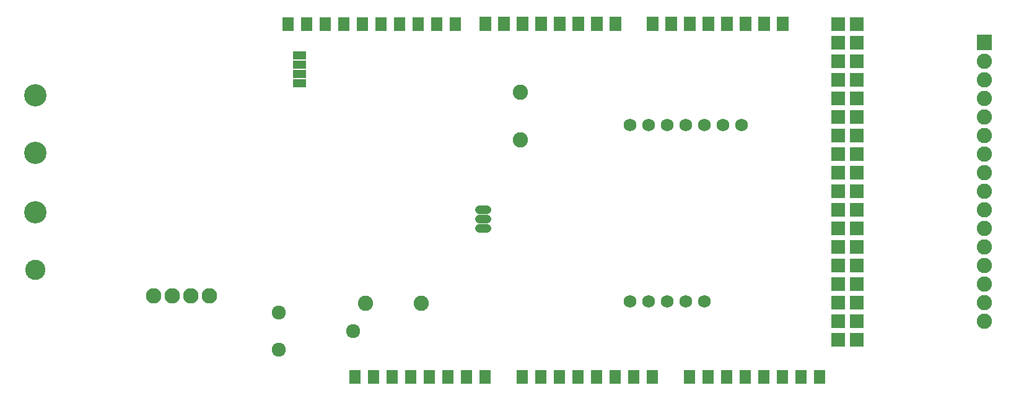
<source format=gbs>
G04 Layer: BottomSolderMaskLayer*
G04 EasyEDA v6.3.22, 2020-01-24T18:32:25--3:00*
G04 4d49d37693604a838117592599bc2fa2,3fb4d9e5e1f4485794c53a7e2051cb48,10*
G04 Gerber Generator version 0.2*
G04 Scale: 100 percent, Rotated: No, Reflected: No *
G04 Dimensions in inches *
G04 leading zeros omitted , absolute positions ,2 integer and 4 decimal *
%FSLAX24Y24*%
%MOIN*%
G90*
G70D02*

%ADD31C,0.047370*%
%ADD34C,0.068000*%
%ADD35C,0.082000*%
%ADD37C,0.120000*%
%ADD38C,0.108740*%
%ADD39C,0.075748*%
%ADD40C,0.083000*%
%ADD41R,0.064000X0.075200*%

%LPD*%
G54D31*
G01X26246Y10500D02*
G01X25853Y10500D01*
G01X26246Y10000D02*
G01X25853Y10000D01*
G01X26246Y9500D02*
G01X25853Y9500D01*
G36*
G01X15794Y18084D02*
G01X15794Y18515D01*
G01X16505Y18515D01*
G01X16505Y18084D01*
G01X15794Y18084D01*
G37*
G36*
G01X15794Y18584D02*
G01X15794Y19015D01*
G01X16505Y19015D01*
G01X16505Y18584D01*
G01X15794Y18584D01*
G37*
G36*
G01X15794Y17584D02*
G01X15794Y18015D01*
G01X16505Y18015D01*
G01X16505Y17584D01*
G01X15794Y17584D01*
G37*
G36*
G01X15794Y17084D02*
G01X15794Y17515D01*
G01X16505Y17515D01*
G01X16505Y17084D01*
G01X15794Y17084D01*
G37*
G54D34*
G01X33950Y15050D03*
G01X36950Y15050D03*
G01X37950Y15050D03*
G01X34950Y5550D03*
G01X35950Y5550D03*
G01X36950Y5550D03*
G01X33950Y5550D03*
G01X39950Y15050D03*
G01X38950Y15050D03*
G01X35950Y15050D03*
G01X34950Y15050D03*
G01X37950Y5550D03*
G54D35*
G01X28050Y16830D03*
G01X28050Y14269D03*
G36*
G01X52589Y19090D02*
G01X52589Y19909D01*
G01X53410Y19909D01*
G01X53410Y19090D01*
G01X52589Y19090D01*
G37*
G01X53000Y18500D03*
G01X53000Y17500D03*
G01X53000Y16500D03*
G01X53000Y15500D03*
G01X53000Y14500D03*
G01X53000Y13500D03*
G01X53000Y12500D03*
G01X53000Y11500D03*
G01X53000Y10500D03*
G01X53000Y9500D03*
G01X53000Y8500D03*
G01X53000Y7500D03*
G01X53000Y6500D03*
G01X53000Y5500D03*
G01X53000Y4500D03*
G54D37*
G01X1950Y16650D03*
G01X1950Y13550D03*
G54D38*
G01X1950Y7250D03*
G54D37*
G01X1950Y10350D03*
G54D39*
G01X15050Y4950D03*
G01X15050Y2950D03*
G01X19050Y3950D03*
G54D35*
G01X19700Y5450D03*
G01X22700Y5450D03*
G54D40*
G01X8300Y5850D03*
G01X9300Y5850D03*
G01X10300Y5850D03*
G01X11300Y5850D03*
G36*
G01X32830Y20123D02*
G01X32830Y20876D01*
G01X33469Y20876D01*
G01X33469Y20123D01*
G01X32830Y20123D01*
G37*
G36*
G01X31830Y20123D02*
G01X31830Y20876D01*
G01X32469Y20876D01*
G01X32469Y20123D01*
G01X31830Y20123D01*
G37*
G36*
G01X30830Y20123D02*
G01X30830Y20876D01*
G01X31469Y20876D01*
G01X31469Y20123D01*
G01X30830Y20123D01*
G37*
G36*
G01X29830Y20123D02*
G01X29830Y20876D01*
G01X30469Y20876D01*
G01X30469Y20123D01*
G01X29830Y20123D01*
G37*
G36*
G01X28830Y20123D02*
G01X28830Y20876D01*
G01X29469Y20876D01*
G01X29469Y20123D01*
G01X28830Y20123D01*
G37*
G36*
G01X27830Y20123D02*
G01X27830Y20876D01*
G01X28469Y20876D01*
G01X28469Y20123D01*
G01X27830Y20123D01*
G37*
G36*
G01X26830Y20123D02*
G01X26830Y20876D01*
G01X27469Y20876D01*
G01X27469Y20123D01*
G01X26830Y20123D01*
G37*
G36*
G01X25830Y20123D02*
G01X25830Y20876D01*
G01X26469Y20876D01*
G01X26469Y20123D01*
G01X25830Y20123D01*
G37*
G36*
G01X41830Y20123D02*
G01X41830Y20876D01*
G01X42469Y20876D01*
G01X42469Y20123D01*
G01X41830Y20123D01*
G37*
G36*
G01X40830Y20123D02*
G01X40830Y20876D01*
G01X41469Y20876D01*
G01X41469Y20123D01*
G01X40830Y20123D01*
G37*
G36*
G01X39830Y20123D02*
G01X39830Y20876D01*
G01X40469Y20876D01*
G01X40469Y20123D01*
G01X39830Y20123D01*
G37*
G36*
G01X38830Y20123D02*
G01X38830Y20876D01*
G01X39469Y20876D01*
G01X39469Y20123D01*
G01X38830Y20123D01*
G37*
G36*
G01X37830Y20123D02*
G01X37830Y20876D01*
G01X38469Y20876D01*
G01X38469Y20123D01*
G01X37830Y20123D01*
G37*
G36*
G01X36830Y20123D02*
G01X36830Y20876D01*
G01X37469Y20876D01*
G01X37469Y20123D01*
G01X36830Y20123D01*
G37*
G36*
G01X35830Y20123D02*
G01X35830Y20876D01*
G01X36469Y20876D01*
G01X36469Y20123D01*
G01X35830Y20123D01*
G37*
G36*
G01X34830Y20123D02*
G01X34830Y20876D01*
G01X35469Y20876D01*
G01X35469Y20123D01*
G01X34830Y20123D01*
G37*
G36*
G01X44780Y20130D02*
G01X44780Y20869D01*
G01X45519Y20869D01*
G01X45519Y20130D01*
G01X44780Y20130D01*
G37*
G36*
G01X45780Y20130D02*
G01X45780Y20869D01*
G01X46519Y20869D01*
G01X46519Y20130D01*
G01X45780Y20130D01*
G37*
G36*
G01X44780Y19130D02*
G01X44780Y19869D01*
G01X45519Y19869D01*
G01X45519Y19130D01*
G01X44780Y19130D01*
G37*
G36*
G01X45780Y19130D02*
G01X45780Y19869D01*
G01X46519Y19869D01*
G01X46519Y19130D01*
G01X45780Y19130D01*
G37*
G36*
G01X44780Y18130D02*
G01X44780Y18869D01*
G01X45519Y18869D01*
G01X45519Y18130D01*
G01X44780Y18130D01*
G37*
G36*
G01X45780Y18130D02*
G01X45780Y18869D01*
G01X46519Y18869D01*
G01X46519Y18130D01*
G01X45780Y18130D01*
G37*
G36*
G01X44780Y17130D02*
G01X44780Y17869D01*
G01X45519Y17869D01*
G01X45519Y17130D01*
G01X44780Y17130D01*
G37*
G36*
G01X45780Y17130D02*
G01X45780Y17869D01*
G01X46519Y17869D01*
G01X46519Y17130D01*
G01X45780Y17130D01*
G37*
G36*
G01X44780Y16130D02*
G01X44780Y16869D01*
G01X45519Y16869D01*
G01X45519Y16130D01*
G01X44780Y16130D01*
G37*
G36*
G01X45780Y16130D02*
G01X45780Y16869D01*
G01X46519Y16869D01*
G01X46519Y16130D01*
G01X45780Y16130D01*
G37*
G36*
G01X44780Y15130D02*
G01X44780Y15869D01*
G01X45519Y15869D01*
G01X45519Y15130D01*
G01X44780Y15130D01*
G37*
G36*
G01X45780Y15130D02*
G01X45780Y15869D01*
G01X46519Y15869D01*
G01X46519Y15130D01*
G01X45780Y15130D01*
G37*
G36*
G01X44780Y14130D02*
G01X44780Y14869D01*
G01X45519Y14869D01*
G01X45519Y14130D01*
G01X44780Y14130D01*
G37*
G36*
G01X45780Y14130D02*
G01X45780Y14869D01*
G01X46519Y14869D01*
G01X46519Y14130D01*
G01X45780Y14130D01*
G37*
G36*
G01X44780Y13130D02*
G01X44780Y13869D01*
G01X45519Y13869D01*
G01X45519Y13130D01*
G01X44780Y13130D01*
G37*
G36*
G01X45780Y13130D02*
G01X45780Y13869D01*
G01X46519Y13869D01*
G01X46519Y13130D01*
G01X45780Y13130D01*
G37*
G36*
G01X44780Y12130D02*
G01X44780Y12869D01*
G01X45519Y12869D01*
G01X45519Y12130D01*
G01X44780Y12130D01*
G37*
G36*
G01X45780Y12130D02*
G01X45780Y12869D01*
G01X46519Y12869D01*
G01X46519Y12130D01*
G01X45780Y12130D01*
G37*
G36*
G01X44780Y11130D02*
G01X44780Y11869D01*
G01X45519Y11869D01*
G01X45519Y11130D01*
G01X44780Y11130D01*
G37*
G36*
G01X45780Y11130D02*
G01X45780Y11869D01*
G01X46519Y11869D01*
G01X46519Y11130D01*
G01X45780Y11130D01*
G37*
G36*
G01X44780Y10130D02*
G01X44780Y10869D01*
G01X45519Y10869D01*
G01X45519Y10130D01*
G01X44780Y10130D01*
G37*
G36*
G01X45780Y10130D02*
G01X45780Y10869D01*
G01X46519Y10869D01*
G01X46519Y10130D01*
G01X45780Y10130D01*
G37*
G36*
G01X44780Y9130D02*
G01X44780Y9869D01*
G01X45519Y9869D01*
G01X45519Y9130D01*
G01X44780Y9130D01*
G37*
G36*
G01X45780Y9130D02*
G01X45780Y9869D01*
G01X46519Y9869D01*
G01X46519Y9130D01*
G01X45780Y9130D01*
G37*
G36*
G01X44780Y8130D02*
G01X44780Y8869D01*
G01X45519Y8869D01*
G01X45519Y8130D01*
G01X44780Y8130D01*
G37*
G36*
G01X45780Y8130D02*
G01X45780Y8869D01*
G01X46519Y8869D01*
G01X46519Y8130D01*
G01X45780Y8130D01*
G37*
G36*
G01X44780Y7130D02*
G01X44780Y7869D01*
G01X45519Y7869D01*
G01X45519Y7130D01*
G01X44780Y7130D01*
G37*
G36*
G01X45780Y7130D02*
G01X45780Y7869D01*
G01X46519Y7869D01*
G01X46519Y7130D01*
G01X45780Y7130D01*
G37*
G36*
G01X44780Y6130D02*
G01X44780Y6869D01*
G01X45519Y6869D01*
G01X45519Y6130D01*
G01X44780Y6130D01*
G37*
G36*
G01X45780Y6130D02*
G01X45780Y6869D01*
G01X46519Y6869D01*
G01X46519Y6130D01*
G01X45780Y6130D01*
G37*
G36*
G01X44780Y5130D02*
G01X44780Y5869D01*
G01X45519Y5869D01*
G01X45519Y5130D01*
G01X44780Y5130D01*
G37*
G36*
G01X45780Y5130D02*
G01X45780Y5869D01*
G01X46519Y5869D01*
G01X46519Y5130D01*
G01X45780Y5130D01*
G37*
G36*
G01X44780Y4130D02*
G01X44780Y4869D01*
G01X45519Y4869D01*
G01X45519Y4130D01*
G01X44780Y4130D01*
G37*
G36*
G01X45780Y4130D02*
G01X45780Y4869D01*
G01X46519Y4869D01*
G01X46519Y4130D01*
G01X45780Y4130D01*
G37*
G36*
G01X44780Y3130D02*
G01X44780Y3869D01*
G01X45519Y3869D01*
G01X45519Y3130D01*
G01X44780Y3130D01*
G37*
G36*
G01X45780Y3130D02*
G01X45780Y3869D01*
G01X46519Y3869D01*
G01X46519Y3130D01*
G01X45780Y3130D01*
G37*
G54D41*
G01X28150Y1500D03*
G01X29150Y1500D03*
G01X30150Y1500D03*
G01X31150Y1500D03*
G01X32150Y1500D03*
G01X33150Y1500D03*
G01X34150Y1500D03*
G01X35150Y1500D03*
G01X37150Y1500D03*
G01X38150Y1500D03*
G01X39150Y1500D03*
G01X40150Y1500D03*
G01X41150Y1500D03*
G01X42150Y1500D03*
G01X43150Y1500D03*
G01X44150Y1500D03*
G01X15550Y20500D03*
G01X16550Y20500D03*
G01X17550Y20500D03*
G01X18550Y20500D03*
G01X19550Y20500D03*
G01X20550Y20500D03*
G01X21550Y20500D03*
G01X22550Y20500D03*
G01X23550Y20500D03*
G01X24550Y20500D03*
G01X19150Y1500D03*
G01X20150Y1500D03*
G01X21150Y1500D03*
G01X22150Y1500D03*
G01X23150Y1500D03*
G01X24150Y1500D03*
G01X25150Y1500D03*
G01X26150Y1500D03*
M00*
M02*

</source>
